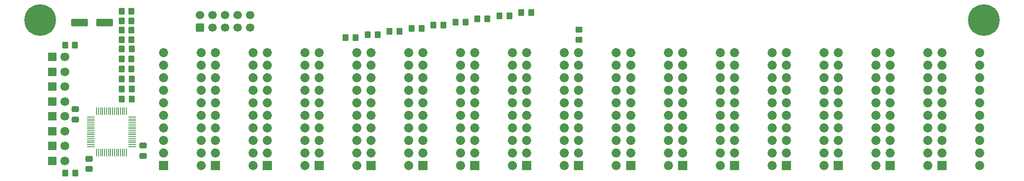
<source format=gts>
G04 #@! TF.GenerationSoftware,KiCad,Pcbnew,9.0.5*
G04 #@! TF.CreationDate,2025-10-23T19:13:29+02:00*
G04 #@! TF.ProjectId,display-board,64697370-6c61-4792-9d62-6f6172642e6b,1.0a*
G04 #@! TF.SameCoordinates,Original*
G04 #@! TF.FileFunction,Soldermask,Top*
G04 #@! TF.FilePolarity,Negative*
%FSLAX46Y46*%
G04 Gerber Fmt 4.6, Leading zero omitted, Abs format (unit mm)*
G04 Created by KiCad (PCBNEW 9.0.5) date 2025-10-23 19:13:29*
%MOMM*%
%LPD*%
G01*
G04 APERTURE LIST*
G04 Aperture macros list*
%AMRoundRect*
0 Rectangle with rounded corners*
0 $1 Rounding radius*
0 $2 $3 $4 $5 $6 $7 $8 $9 X,Y pos of 4 corners*
0 Add a 4 corners polygon primitive as box body*
4,1,4,$2,$3,$4,$5,$6,$7,$8,$9,$2,$3,0*
0 Add four circle primitives for the rounded corners*
1,1,$1+$1,$2,$3*
1,1,$1+$1,$4,$5*
1,1,$1+$1,$6,$7*
1,1,$1+$1,$8,$9*
0 Add four rect primitives between the rounded corners*
20,1,$1+$1,$2,$3,$4,$5,0*
20,1,$1+$1,$4,$5,$6,$7,0*
20,1,$1+$1,$6,$7,$8,$9,0*
20,1,$1+$1,$8,$9,$2,$3,0*%
G04 Aperture macros list end*
%ADD10RoundRect,0.250000X-0.350000X-0.450000X0.350000X-0.450000X0.350000X0.450000X-0.350000X0.450000X0*%
%ADD11RoundRect,0.250000X0.350000X0.450000X-0.350000X0.450000X-0.350000X-0.450000X0.350000X-0.450000X0*%
%ADD12R,1.800000X1.800000*%
%ADD13C,1.800000*%
%ADD14R,1.850000X1.850000*%
%ADD15C,1.850000*%
%ADD16RoundRect,0.062500X-0.687500X-0.062500X0.687500X-0.062500X0.687500X0.062500X-0.687500X0.062500X0*%
%ADD17RoundRect,0.062500X-0.062500X-0.687500X0.062500X-0.687500X0.062500X0.687500X-0.062500X0.687500X0*%
%ADD18RoundRect,0.250000X1.412500X0.550000X-1.412500X0.550000X-1.412500X-0.550000X1.412500X-0.550000X0*%
%ADD19RoundRect,0.250000X0.600000X-0.600000X0.600000X0.600000X-0.600000X0.600000X-0.600000X-0.600000X0*%
%ADD20C,1.700000*%
%ADD21RoundRect,0.250000X-0.475000X0.337500X-0.475000X-0.337500X0.475000X-0.337500X0.475000X0.337500X0*%
%ADD22RoundRect,0.250000X-0.450000X0.350000X-0.450000X-0.350000X0.450000X-0.350000X0.450000X0.350000X0*%
%ADD23C,6.400000*%
%ADD24RoundRect,0.250000X0.475000X-0.337500X0.475000X0.337500X-0.475000X0.337500X-0.475000X-0.337500X0*%
G04 APERTURE END LIST*
D10*
X43636400Y-27076400D03*
X45636400Y-27076400D03*
X43636400Y-30886400D03*
X45636400Y-30886400D03*
X43652400Y-40792400D03*
X45652400Y-40792400D03*
X43652400Y-42824400D03*
X45652400Y-42824400D03*
D11*
X34238400Y-59842400D03*
X32238400Y-59842400D03*
D10*
X43636400Y-36728400D03*
X45636400Y-36728400D03*
X115661400Y-28600400D03*
X117661400Y-28600400D03*
D12*
X29616400Y-36310400D03*
D13*
X32156400Y-36310400D03*
D14*
X83656400Y-58310400D03*
D15*
X83656400Y-55770400D03*
X83656400Y-53230400D03*
X83656400Y-50690400D03*
X83656400Y-48150400D03*
X83656400Y-45610400D03*
X83656400Y-43070400D03*
X83656400Y-40530400D03*
X83656400Y-37990400D03*
X83656400Y-35450400D03*
X91276400Y-35450400D03*
X91276400Y-37990400D03*
X91276400Y-40530400D03*
X91276400Y-43070400D03*
X91276400Y-45610400D03*
X91276400Y-48150400D03*
X91276400Y-50690400D03*
X91276400Y-53230400D03*
X91276400Y-55770400D03*
X91276400Y-58310400D03*
D14*
X52156400Y-58310400D03*
D15*
X52156400Y-55770400D03*
X52156400Y-53230400D03*
X52156400Y-50690400D03*
X52156400Y-48150400D03*
X52156400Y-45610400D03*
X52156400Y-43070400D03*
X52156400Y-40530400D03*
X52156400Y-37990400D03*
X52156400Y-35450400D03*
X59776400Y-35450400D03*
X59776400Y-37990400D03*
X59776400Y-40530400D03*
X59776400Y-43070400D03*
X59776400Y-45610400D03*
X59776400Y-48150400D03*
X59776400Y-50690400D03*
X59776400Y-53230400D03*
X59776400Y-55770400D03*
X59776400Y-58310400D03*
D12*
X29616400Y-42310400D03*
D13*
X32156400Y-42310400D03*
D12*
X29616400Y-51310400D03*
D13*
X32156400Y-51310400D03*
D14*
X73156400Y-58310400D03*
D15*
X73156400Y-55770400D03*
X73156400Y-53230400D03*
X73156400Y-50690400D03*
X73156400Y-48150400D03*
X73156400Y-45610400D03*
X73156400Y-43070400D03*
X73156400Y-40530400D03*
X73156400Y-37990400D03*
X73156400Y-35450400D03*
X80776400Y-35450400D03*
X80776400Y-37990400D03*
X80776400Y-40530400D03*
X80776400Y-43070400D03*
X80776400Y-45610400D03*
X80776400Y-48150400D03*
X80776400Y-50690400D03*
X80776400Y-53230400D03*
X80776400Y-55770400D03*
X80776400Y-58310400D03*
D14*
X115156400Y-58310400D03*
D15*
X115156400Y-55770400D03*
X115156400Y-53230400D03*
X115156400Y-50690400D03*
X115156400Y-48150400D03*
X115156400Y-45610400D03*
X115156400Y-43070400D03*
X115156400Y-40530400D03*
X115156400Y-37990400D03*
X115156400Y-35450400D03*
X122776400Y-35450400D03*
X122776400Y-37990400D03*
X122776400Y-40530400D03*
X122776400Y-43070400D03*
X122776400Y-45610400D03*
X122776400Y-48150400D03*
X122776400Y-50690400D03*
X122776400Y-53230400D03*
X122776400Y-55770400D03*
X122776400Y-58310400D03*
D16*
X37429400Y-48460400D03*
X37429400Y-48860400D03*
X37429400Y-49260400D03*
X37429400Y-49660400D03*
X37429400Y-50060400D03*
X37429400Y-50460400D03*
X37429400Y-50860400D03*
X37429400Y-51260400D03*
X37429400Y-51660400D03*
X37429400Y-52060400D03*
X37429400Y-52460400D03*
X37429400Y-52860400D03*
X37429400Y-53260400D03*
X37429400Y-53660400D03*
X37429400Y-54060400D03*
X37429400Y-54460400D03*
D17*
X38604400Y-55635400D03*
X39004400Y-55635400D03*
X39404400Y-55635400D03*
X39804400Y-55635400D03*
X40204400Y-55635400D03*
X40604400Y-55635400D03*
X41004400Y-55635400D03*
X41404400Y-55635400D03*
X41804400Y-55635400D03*
X42204400Y-55635400D03*
X42604400Y-55635400D03*
X43004400Y-55635400D03*
X43404400Y-55635400D03*
X43804400Y-55635400D03*
X44204400Y-55635400D03*
X44604400Y-55635400D03*
D16*
X45779400Y-54460400D03*
X45779400Y-54060400D03*
X45779400Y-53660400D03*
X45779400Y-53260400D03*
X45779400Y-52860400D03*
X45779400Y-52460400D03*
X45779400Y-52060400D03*
X45779400Y-51660400D03*
X45779400Y-51260400D03*
X45779400Y-50860400D03*
X45779400Y-50460400D03*
X45779400Y-50060400D03*
X45779400Y-49660400D03*
X45779400Y-49260400D03*
X45779400Y-48860400D03*
X45779400Y-48460400D03*
D17*
X44604400Y-47285400D03*
X44204400Y-47285400D03*
X43804400Y-47285400D03*
X43404400Y-47285400D03*
X43004400Y-47285400D03*
X42604400Y-47285400D03*
X42204400Y-47285400D03*
X41804400Y-47285400D03*
X41404400Y-47285400D03*
X41004400Y-47285400D03*
X40604400Y-47285400D03*
X40204400Y-47285400D03*
X39804400Y-47285400D03*
X39404400Y-47285400D03*
X39004400Y-47285400D03*
X38604400Y-47285400D03*
D10*
X43652400Y-34696400D03*
X45652400Y-34696400D03*
D18*
X40193900Y-29310400D03*
X35118900Y-29310400D03*
D19*
X59496400Y-30310400D03*
D20*
X59496400Y-27770400D03*
X62036400Y-30310400D03*
X62036400Y-27770400D03*
X64576400Y-30310400D03*
X64576400Y-27770400D03*
X67116400Y-30310400D03*
X67116400Y-27770400D03*
X69656400Y-30310400D03*
X69656400Y-27770400D03*
D21*
X37032400Y-56899900D03*
X37032400Y-58974900D03*
D10*
X43636400Y-28981400D03*
X45636400Y-28981400D03*
X43636400Y-38760400D03*
X45636400Y-38760400D03*
X106771400Y-29870400D03*
X108771400Y-29870400D03*
D11*
X34206400Y-33934400D03*
X32206400Y-33934400D03*
D21*
X47954400Y-54232900D03*
X47954400Y-56307900D03*
D22*
X136219400Y-30775400D03*
X136219400Y-32775400D03*
D10*
X93436400Y-31775400D03*
X95436400Y-31775400D03*
D23*
X218156400Y-28810400D03*
D10*
X111216400Y-29235400D03*
X113216400Y-29235400D03*
X88991400Y-32410400D03*
X90991400Y-32410400D03*
D24*
X34238400Y-48941900D03*
X34238400Y-46866900D03*
D10*
X124551400Y-27330400D03*
X126551400Y-27330400D03*
X43636400Y-32791400D03*
X45636400Y-32791400D03*
X102326400Y-30505400D03*
X104326400Y-30505400D03*
D12*
X29616400Y-48310400D03*
D13*
X32156400Y-48310400D03*
D14*
X104656400Y-58310400D03*
D15*
X104656400Y-55770400D03*
X104656400Y-53230400D03*
X104656400Y-50690400D03*
X104656400Y-48150400D03*
X104656400Y-45610400D03*
X104656400Y-43070400D03*
X104656400Y-40530400D03*
X104656400Y-37990400D03*
X104656400Y-35450400D03*
X112276400Y-35450400D03*
X112276400Y-37990400D03*
X112276400Y-40530400D03*
X112276400Y-43070400D03*
X112276400Y-45610400D03*
X112276400Y-48150400D03*
X112276400Y-50690400D03*
X112276400Y-53230400D03*
X112276400Y-55770400D03*
X112276400Y-58310400D03*
D14*
X125656400Y-58310400D03*
D15*
X125656400Y-55770400D03*
X125656400Y-53230400D03*
X125656400Y-50690400D03*
X125656400Y-48150400D03*
X125656400Y-45610400D03*
X125656400Y-43070400D03*
X125656400Y-40530400D03*
X125656400Y-37990400D03*
X125656400Y-35450400D03*
X133276400Y-35450400D03*
X133276400Y-37990400D03*
X133276400Y-40530400D03*
X133276400Y-43070400D03*
X133276400Y-45610400D03*
X133276400Y-48150400D03*
X133276400Y-50690400D03*
X133276400Y-53230400D03*
X133276400Y-55770400D03*
X133276400Y-58310400D03*
D14*
X62656400Y-58310400D03*
D15*
X62656400Y-55770400D03*
X62656400Y-53230400D03*
X62656400Y-50690400D03*
X62656400Y-48150400D03*
X62656400Y-45610400D03*
X62656400Y-43070400D03*
X62656400Y-40530400D03*
X62656400Y-37990400D03*
X62656400Y-35450400D03*
X70276400Y-35450400D03*
X70276400Y-37990400D03*
X70276400Y-40530400D03*
X70276400Y-43070400D03*
X70276400Y-45610400D03*
X70276400Y-48150400D03*
X70276400Y-50690400D03*
X70276400Y-53230400D03*
X70276400Y-55770400D03*
X70276400Y-58310400D03*
D14*
X199156400Y-58310400D03*
D15*
X199156400Y-55770400D03*
X199156400Y-53230400D03*
X199156400Y-50690400D03*
X199156400Y-48150400D03*
X199156400Y-45610400D03*
X199156400Y-43070400D03*
X199156400Y-40530400D03*
X199156400Y-37990400D03*
X199156400Y-35450400D03*
X206776400Y-35450400D03*
X206776400Y-37990400D03*
X206776400Y-40530400D03*
X206776400Y-43070400D03*
X206776400Y-45610400D03*
X206776400Y-48150400D03*
X206776400Y-50690400D03*
X206776400Y-53230400D03*
X206776400Y-55770400D03*
X206776400Y-58310400D03*
D14*
X157156400Y-58310400D03*
D15*
X157156400Y-55770400D03*
X157156400Y-53230400D03*
X157156400Y-50690400D03*
X157156400Y-48150400D03*
X157156400Y-45610400D03*
X157156400Y-43070400D03*
X157156400Y-40530400D03*
X157156400Y-37990400D03*
X157156400Y-35450400D03*
X164776400Y-35450400D03*
X164776400Y-37990400D03*
X164776400Y-40530400D03*
X164776400Y-43070400D03*
X164776400Y-45610400D03*
X164776400Y-48150400D03*
X164776400Y-50690400D03*
X164776400Y-53230400D03*
X164776400Y-55770400D03*
X164776400Y-58310400D03*
D14*
X188656400Y-58310400D03*
D15*
X188656400Y-55770400D03*
X188656400Y-53230400D03*
X188656400Y-50690400D03*
X188656400Y-48150400D03*
X188656400Y-45610400D03*
X188656400Y-43070400D03*
X188656400Y-40530400D03*
X188656400Y-37990400D03*
X188656400Y-35450400D03*
X196276400Y-35450400D03*
X196276400Y-37990400D03*
X196276400Y-40530400D03*
X196276400Y-43070400D03*
X196276400Y-45610400D03*
X196276400Y-48150400D03*
X196276400Y-50690400D03*
X196276400Y-53230400D03*
X196276400Y-55770400D03*
X196276400Y-58310400D03*
D14*
X178156400Y-58310400D03*
D15*
X178156400Y-55770400D03*
X178156400Y-53230400D03*
X178156400Y-50690400D03*
X178156400Y-48150400D03*
X178156400Y-45610400D03*
X178156400Y-43070400D03*
X178156400Y-40530400D03*
X178156400Y-37990400D03*
X178156400Y-35450400D03*
X185776400Y-35450400D03*
X185776400Y-37990400D03*
X185776400Y-40530400D03*
X185776400Y-43070400D03*
X185776400Y-45610400D03*
X185776400Y-48150400D03*
X185776400Y-50690400D03*
X185776400Y-53230400D03*
X185776400Y-55770400D03*
X185776400Y-58310400D03*
D14*
X209656400Y-58310400D03*
D15*
X209656400Y-55770400D03*
X209656400Y-53230400D03*
X209656400Y-50690400D03*
X209656400Y-48150400D03*
X209656400Y-45610400D03*
X209656400Y-43070400D03*
X209656400Y-40530400D03*
X209656400Y-37990400D03*
X209656400Y-35450400D03*
X217276400Y-35450400D03*
X217276400Y-37990400D03*
X217276400Y-40530400D03*
X217276400Y-43070400D03*
X217276400Y-45610400D03*
X217276400Y-48150400D03*
X217276400Y-50690400D03*
X217276400Y-53230400D03*
X217276400Y-55770400D03*
X217276400Y-58310400D03*
D14*
X94156400Y-58310400D03*
D15*
X94156400Y-55770400D03*
X94156400Y-53230400D03*
X94156400Y-50690400D03*
X94156400Y-48150400D03*
X94156400Y-45610400D03*
X94156400Y-43070400D03*
X94156400Y-40530400D03*
X94156400Y-37990400D03*
X94156400Y-35450400D03*
X101776400Y-35450400D03*
X101776400Y-37990400D03*
X101776400Y-40530400D03*
X101776400Y-43070400D03*
X101776400Y-45610400D03*
X101776400Y-48150400D03*
X101776400Y-50690400D03*
X101776400Y-53230400D03*
X101776400Y-55770400D03*
X101776400Y-58310400D03*
D12*
X29616400Y-45310400D03*
D13*
X32156400Y-45310400D03*
D12*
X29616400Y-39310400D03*
D13*
X32156400Y-39310400D03*
D12*
X29616400Y-57310400D03*
D13*
X32156400Y-57310400D03*
D12*
X29616400Y-54310400D03*
D13*
X32156400Y-54310400D03*
D14*
X167656400Y-58310400D03*
D15*
X167656400Y-55770400D03*
X167656400Y-53230400D03*
X167656400Y-50690400D03*
X167656400Y-48150400D03*
X167656400Y-45610400D03*
X167656400Y-43070400D03*
X167656400Y-40530400D03*
X167656400Y-37990400D03*
X167656400Y-35450400D03*
X175276400Y-35450400D03*
X175276400Y-37990400D03*
X175276400Y-40530400D03*
X175276400Y-43070400D03*
X175276400Y-45610400D03*
X175276400Y-48150400D03*
X175276400Y-50690400D03*
X175276400Y-53230400D03*
X175276400Y-55770400D03*
X175276400Y-58310400D03*
D14*
X146656400Y-58310400D03*
D15*
X146656400Y-55770400D03*
X146656400Y-53230400D03*
X146656400Y-50690400D03*
X146656400Y-48150400D03*
X146656400Y-45610400D03*
X146656400Y-43070400D03*
X146656400Y-40530400D03*
X146656400Y-37990400D03*
X146656400Y-35450400D03*
X154276400Y-35450400D03*
X154276400Y-37990400D03*
X154276400Y-40530400D03*
X154276400Y-43070400D03*
X154276400Y-45610400D03*
X154276400Y-48150400D03*
X154276400Y-50690400D03*
X154276400Y-53230400D03*
X154276400Y-55770400D03*
X154276400Y-58310400D03*
D14*
X136156400Y-58310400D03*
D15*
X136156400Y-55770400D03*
X136156400Y-53230400D03*
X136156400Y-50690400D03*
X136156400Y-48150400D03*
X136156400Y-45610400D03*
X136156400Y-43070400D03*
X136156400Y-40530400D03*
X136156400Y-37990400D03*
X136156400Y-35450400D03*
X143776400Y-35450400D03*
X143776400Y-37990400D03*
X143776400Y-40530400D03*
X143776400Y-43070400D03*
X143776400Y-45610400D03*
X143776400Y-48150400D03*
X143776400Y-50690400D03*
X143776400Y-53230400D03*
X143776400Y-55770400D03*
X143776400Y-58310400D03*
D10*
X43652400Y-44856400D03*
X45652400Y-44856400D03*
X97881400Y-31140400D03*
X99881400Y-31140400D03*
X120106400Y-27965400D03*
X122106400Y-27965400D03*
D23*
X27156400Y-28810400D03*
M02*

</source>
